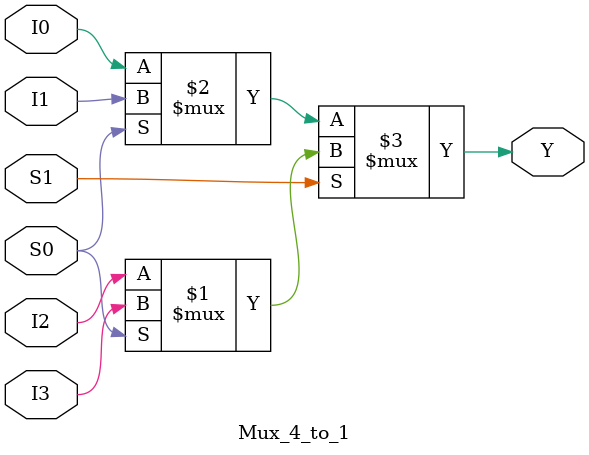
<source format=v>
/*
Instructions
-------------------
Students are not allowed to make any changes in the Module declaration.
This file is used to design 4:1 Multiplexer.

Recommended Quartus Version : 19.1
The submitted project file must be 19.1 compatible as the evaluation will be done on Quartus Prime Lite 19.1.

Warning: The error due to compatibility will not be entertained.
			Do not make any changes to Test_Bench_Vector.txt file. Violating will result into Disqualification.
-------------------
*/

//4:1 MUX design
//Inputs  : I3(MSB), I2, I1, I0(LSB) and Select Lines : S1(MSB), S0(LSB)
//Output  : Y

//////////////////DO NOT MAKE ANY CHANGES IN MODULE//////////////////
module Mux_4_to_1(
	input		I3,       //INPUT I3(MSB)
	input		I2,		 //INPUT I2
	input		I1,       //INPUT I1
	input		I0,		 //INPUT I0
	input		S1,       //SELECT INPUT S1(MSB)
	input		S0,		 //SELECT INPUT S0(LSB)
	output	Y			 //OUTPUT Y
);

////////////////////////WRITE YOUR CODE FROM HERE//////////////////// 
	

assign Y = S1 ? ( S0 ? I3: I2) : ( S0 ? I1: I0);

////////////////////////YOUR CODE ENDS HERE//////////////////////////
endmodule
///////////////////////////////MODULE ENDS///////////////////////////
</source>
